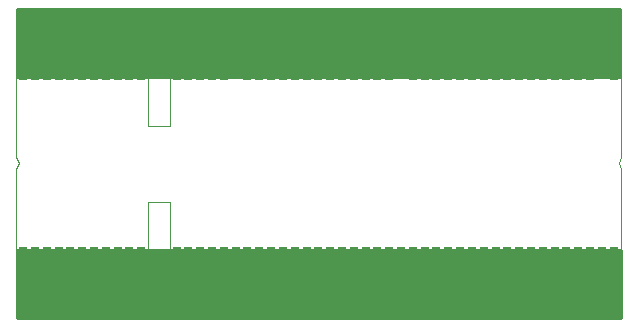
<source format=gbs>
G04 #@! TF.FileFunction,Soldermask,Bot*
%FSLAX46Y46*%
G04 Gerber Fmt 4.6, Leading zero omitted, Abs format (unit mm)*
G04 Created by KiCad (PCBNEW 4.0.4+e1-6308~48~ubuntu14.04.1-stable) date Sat Oct 15 18:13:20 2016*
%MOMM*%
%LPD*%
G01*
G04 APERTURE LIST*
%ADD10C,0.350000*%
%ADD11C,0.100000*%
%ADD12R,0.650240X4.599940*%
%ADD13R,0.650240X3.599180*%
%ADD14C,0.650240*%
%ADD15O,0.650240X0.650240*%
%ADD16C,0.254000*%
G04 APERTURE END LIST*
D10*
D11*
X148500000Y-88575000D02*
X148500000Y-76900000D01*
X148800000Y-89075000D02*
X148500000Y-89575000D01*
X148500000Y-88575000D02*
X148800000Y-89075000D01*
X199550000Y-89050000D02*
X199750000Y-88550000D01*
X199750000Y-89550000D02*
X199550000Y-89050000D01*
X199750000Y-88550000D02*
X199750000Y-76900000D01*
X199250000Y-101800000D02*
X199750000Y-101300000D01*
X162050000Y-101800000D02*
X161550000Y-101300000D01*
X159150000Y-101800000D02*
X159650000Y-101300000D01*
X149000000Y-101800000D02*
X148500000Y-101300000D01*
X199750000Y-76900000D02*
X199250000Y-76400000D01*
X159650000Y-76900000D02*
X159150000Y-76400000D01*
X161550000Y-76900000D02*
X162050000Y-76400000D01*
X148500000Y-76900000D02*
X149000000Y-76400000D01*
X159650000Y-92400000D02*
X161550000Y-92400000D01*
X159650000Y-85950000D02*
X161550000Y-85950000D01*
X162050000Y-101800000D02*
X199250000Y-101800000D01*
X161550000Y-92400000D02*
X161550000Y-101300000D01*
X159650000Y-101300000D02*
X159650000Y-92400000D01*
X149000000Y-101800000D02*
X159150000Y-101800000D01*
X148500000Y-89575000D02*
X148500000Y-101300000D01*
X159150000Y-76400000D02*
X149000000Y-76400000D01*
X159650000Y-85950000D02*
X159650000Y-76900000D01*
X161550000Y-76900000D02*
X161550000Y-85950000D01*
X199250000Y-76400000D02*
X162050000Y-76400000D01*
X199750000Y-101300000D02*
X199750000Y-89550000D01*
D12*
X149111000Y-79725620D03*
X150111000Y-79725620D03*
X151111000Y-79725620D03*
X152111000Y-79725620D03*
X153111000Y-79725620D03*
X154111000Y-79725620D03*
X155111000Y-79725620D03*
X156111000Y-79725620D03*
X157111000Y-79725620D03*
X158111000Y-79725620D03*
X159111000Y-79725620D03*
X162111000Y-79725620D03*
X163111000Y-79725620D03*
X164111000Y-79725620D03*
X165111000Y-79725620D03*
X166111000Y-79725620D03*
D13*
X167111000Y-80225620D03*
D12*
X168111000Y-79725620D03*
X169111000Y-79725620D03*
X170111000Y-79725620D03*
X171111000Y-79725620D03*
X172111000Y-79725620D03*
X173111000Y-79725620D03*
X174111000Y-79725620D03*
X175111000Y-79725620D03*
X176111000Y-79725620D03*
X177111000Y-79725620D03*
X178111000Y-79725620D03*
X179111000Y-79725620D03*
X180111000Y-79725620D03*
D13*
X181111000Y-80225620D03*
D12*
X182111000Y-79725620D03*
X183111000Y-79725620D03*
X184111000Y-79725620D03*
X185111000Y-79725620D03*
X186111000Y-79725620D03*
X187111000Y-79725620D03*
X188111000Y-79725620D03*
X189111000Y-79725620D03*
X190111000Y-79725620D03*
X191111000Y-79725620D03*
X192111000Y-79725620D03*
X193111000Y-79725620D03*
X194111000Y-79725620D03*
X195111000Y-79725620D03*
X196111000Y-79725620D03*
X197111000Y-79725620D03*
D13*
X198111000Y-80225620D03*
D12*
X199111000Y-79725620D03*
D14*
X149111000Y-77424380D03*
X150111000Y-77424380D03*
X151111000Y-77424380D03*
X152111000Y-77424380D03*
X153111000Y-77424380D03*
X154111000Y-77424380D03*
X155111000Y-77424380D03*
X156111000Y-77424380D03*
X157111000Y-77424380D03*
X158111000Y-77424380D03*
X159111000Y-77424380D03*
X162111000Y-77424380D03*
X163111000Y-77424380D03*
X164111000Y-77424380D03*
X165111000Y-77424380D03*
X166111000Y-77424380D03*
X168111000Y-77424380D03*
X169111000Y-77424380D03*
X170111000Y-77424380D03*
X171111000Y-77424380D03*
X172111000Y-77424380D03*
X173111000Y-77424380D03*
X174111000Y-77424380D03*
X175111000Y-77424380D03*
X176111000Y-77424380D03*
X177111000Y-77424380D03*
X178111000Y-77424380D03*
X179111000Y-77424380D03*
X180111000Y-77424380D03*
X182111000Y-77424380D03*
X183111000Y-77424380D03*
X184111000Y-77424380D03*
X185111000Y-77424380D03*
X186111000Y-77424380D03*
X187111000Y-77424380D03*
X188111000Y-77424380D03*
X189111000Y-77424380D03*
X190111000Y-77424380D03*
X191111000Y-77424380D03*
X192111000Y-77424380D03*
X193111000Y-77424380D03*
X194111000Y-77424380D03*
X195111000Y-77424380D03*
X196111000Y-77424380D03*
X197111000Y-77424380D03*
X199111000Y-77424380D03*
D13*
X149111000Y-97976000D03*
D12*
X150111000Y-98476000D03*
X151111000Y-98476000D03*
X152111000Y-98476000D03*
X153111000Y-98476000D03*
X154111000Y-98476000D03*
X155111000Y-98476000D03*
X156111000Y-98476000D03*
X157111000Y-98476000D03*
X158111000Y-98476000D03*
X159111000Y-98476000D03*
X162111000Y-98476000D03*
X163111000Y-98476000D03*
X164111000Y-98476000D03*
X165111000Y-98476000D03*
X166111000Y-98476000D03*
X167111000Y-98476000D03*
X168111000Y-98476000D03*
X169111000Y-98476000D03*
X170111000Y-98476000D03*
X171111000Y-98476000D03*
X172111000Y-98476000D03*
X173111000Y-98476000D03*
X174111000Y-98476000D03*
X175111000Y-98476000D03*
X176111000Y-98476000D03*
X177111000Y-98476000D03*
X178111000Y-98476000D03*
X179111000Y-98476000D03*
X180111000Y-98476000D03*
X181111000Y-98476000D03*
X182111000Y-98476000D03*
X183111000Y-98476000D03*
X184111000Y-98476000D03*
X185111000Y-98476000D03*
X186111000Y-98476000D03*
X187111000Y-98476000D03*
X188111000Y-98476000D03*
X189111000Y-98476000D03*
X190111000Y-98476000D03*
X191111000Y-98476000D03*
X192111000Y-98476000D03*
X193111000Y-98476000D03*
X194111000Y-98476000D03*
X195111000Y-98476000D03*
X196111000Y-98476000D03*
X197111000Y-98476000D03*
X198111000Y-98476000D03*
X199111000Y-98476000D03*
D15*
X150111000Y-100777240D03*
X151111000Y-100777240D03*
X152111000Y-100777240D03*
X153111000Y-100777240D03*
X154111000Y-100777240D03*
X155111000Y-100777240D03*
X156111000Y-100777240D03*
X157111000Y-100777240D03*
X158111000Y-100777240D03*
X159111000Y-100777240D03*
X162111000Y-100777240D03*
X163111000Y-100777240D03*
X164111000Y-100777240D03*
X165111000Y-100777240D03*
X166111000Y-100777240D03*
X167111000Y-100777240D03*
X168111000Y-100777240D03*
X169111000Y-100777240D03*
X170111000Y-100777240D03*
X171111000Y-100777240D03*
X172111000Y-100777240D03*
X173111000Y-100777240D03*
X174111000Y-100777240D03*
X175111000Y-100777240D03*
X176111000Y-100777240D03*
X177111000Y-100777240D03*
X178111000Y-100777240D03*
X179111000Y-100777240D03*
X180111000Y-100777240D03*
X181111000Y-100777240D03*
X182111000Y-100777240D03*
X183111000Y-100777240D03*
X184111000Y-100777240D03*
X185111000Y-100777240D03*
X186111000Y-100777240D03*
X187111000Y-100777240D03*
X188111000Y-100777240D03*
X189111000Y-100777240D03*
X190111000Y-100777240D03*
X191111000Y-100777240D03*
X192111000Y-100777240D03*
X193111000Y-100777240D03*
X194111000Y-100777240D03*
X195111000Y-100777240D03*
X196111000Y-100777240D03*
X197111000Y-100777240D03*
X198111000Y-100777240D03*
X199111000Y-100777240D03*
D16*
G36*
X199665497Y-81773000D02*
X148569497Y-81773000D01*
X148569497Y-76077000D01*
X199665497Y-76077000D01*
X199665497Y-81773000D01*
X199665497Y-81773000D01*
G37*
X199665497Y-81773000D02*
X148569497Y-81773000D01*
X148569497Y-76077000D01*
X199665497Y-76077000D01*
X199665497Y-81773000D01*
G36*
X199722393Y-102173000D02*
X148626393Y-102173000D01*
X148626393Y-96477000D01*
X199722393Y-96477000D01*
X199722393Y-102173000D01*
X199722393Y-102173000D01*
G37*
X199722393Y-102173000D02*
X148626393Y-102173000D01*
X148626393Y-96477000D01*
X199722393Y-96477000D01*
X199722393Y-102173000D01*
M02*

</source>
